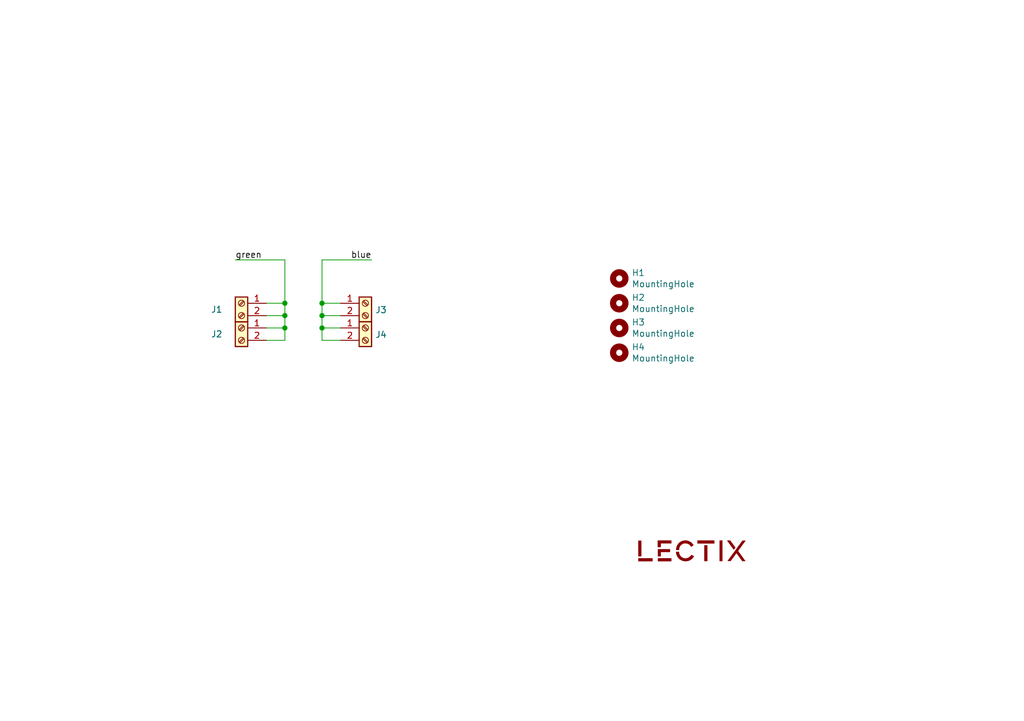
<source format=kicad_sch>
(kicad_sch (version 20211123) (generator eeschema)
  (paper "A5")
  (title_block (title "LEC030301 - Bornier de distribution sécable mini – 2 x 4 plots") (date "2023-04-19") (rev "1.0") (company "LECTIX"))
  (lib_symbols
    (symbol "0_connectors:Screw_Terminal_01x02_blue" (pin_names (offset 1.016) hide)
      (property "Reference" "J" (at 0 2.54 0))
      (symbol "Screw_Terminal_01x02_blue_1_1"
        (rectangle (start -1.27 1.27) (end 1.27 -3.81) (stroke (width 0.254)) (fill (type background)))
        (circle (center 0 -2.54) (radius 0.635) (stroke (width 0.1524)))
        (polyline (pts (xy -0.5334 -2.2098) (xy 0.3302 -3.048)) (stroke (width 0.1524)))
        (polyline (pts (xy -0.5334 0.3302) (xy 0.3302 -0.508)) (stroke (width 0.1524)))
        (polyline (pts (xy -0.3556 -2.032) (xy 0.508 -2.8702)) (stroke (width 0.1524)))
        (polyline (pts (xy -0.3556 0.508) (xy 0.508 -0.3302)) (stroke (width 0.1524)))
        (circle (center 0 0) (radius 0.635) (stroke (width 0.1524)))
        (pin passive line (at -5.08 0 0) (length 3.81) (name "Pin_1") (number "1"))
        (pin passive line (at -5.08 -2.54 0) (length 3.81) (name "Pin_2") (number "2"))
      )
    )
    (symbol "0_connectors:Screw_Terminal_01x02_green" (pin_names (offset 1.016) hide)
      (property "Reference" "J" (at 0 2.54 0))
      (symbol "Screw_Terminal_01x02_green_1_1"
        (rectangle (start -1.27 1.27) (end 1.27 -3.81) (stroke (width 0.254)) (fill (type background)))
        (circle (center 0 -2.54) (radius 0.635) (stroke (width 0.1524)))
        (polyline (pts (xy -0.5334 -2.2098) (xy 0.3302 -3.048)) (stroke (width 0.1524)))
        (polyline (pts (xy -0.5334 0.3302) (xy 0.3302 -0.508)) (stroke (width 0.1524)))
        (polyline (pts (xy -0.3556 -2.032) (xy 0.508 -2.8702)) (stroke (width 0.1524)))
        (polyline (pts (xy -0.3556 0.508) (xy 0.508 -0.3302)) (stroke (width 0.1524)))
        (circle (center 0 0) (radius 0.635) (stroke (width 0.1524)))
        (pin passive line (at -5.08 0 0) (length 3.81) (name "Pin_1") (number "1"))
        (pin passive line (at -5.08 -2.54 0) (length 3.81) (name "Pin_2") (number "2"))
      )
    )
    (symbol "0_logos:logo_lectix_25mm" (pin_names (offset 1.016))
      (symbol "logo_lectix_25mm_0_0"
        (polyline (pts (xy -10.1092 2.0574) (xy -10.668 2.0574) (xy -10.668 -1.1176) (xy -10.1092 -1.1176) (xy -10.1092 2.0574)) (stroke (width 0.0254)) (fill (type outline)))
        (polyline (pts (xy -7.7978 -1.5748) (xy -10.668 -1.5748) (xy -10.668 -2.1336) (xy -7.7978 -2.1336) (xy -7.7978 -1.5748)) (stroke (width 0.0254)) (fill (type outline)))
        (polyline (pts (xy -3.937 -1.5748) (xy -6.6548 -1.5748) (xy -6.6548 -2.1336) (xy -3.937 -2.1336) (xy -3.937 -1.5748)) (stroke (width 0.0254)) (fill (type outline)))
        (polyline (pts (xy 3.429 1.0922) (xy 2.8702 1.0922) (xy 2.8702 -2.1082) (xy 3.429 -2.1082) (xy 3.429 1.0922)) (stroke (width 0.0254)) (fill (type outline)))
        (polyline (pts (xy 4.8768 2.0828) (xy 1.4478 2.0828) (xy 1.4478 1.524) (xy 4.8768 1.524) (xy 4.8768 2.0828)) (stroke (width 0.0254)) (fill (type outline)))
        (polyline (pts (xy 6.5278 2.0828) (xy 5.9944 2.0828) (xy 5.9944 -2.1082) (xy 6.5278 -2.1082) (xy 6.5278 2.0828)) (stroke (width 0.0254)) (fill (type outline)))
        (polyline (pts (xy -6.1214 -0.254) (xy -4.2164 -0.254) (xy -4.2164 0.3048) (xy -6.6548 0.3048) (xy -6.6548 -1.1176) (xy -6.1214 -1.1176) (xy -6.1214 -0.254)) (stroke (width 0.0254)) (fill (type outline)))
        (polyline (pts (xy -6.1214 1.5494) (xy -3.937 1.5494) (xy -3.937 2.0828) (xy -6.6802 2.0828) (xy -6.6802 0.762) (xy -6.1214 0.762) (xy -6.1214 1.5494)) (stroke (width 0.0254)) (fill (type outline)))
        (polyline (pts (xy 8.9916 0.381) (xy 9.017 0.4318) (xy 9.0424 0.4572) (xy 9.0678 0.508) (xy 9.0932 0.5334) (xy 9.1186 0.5842) (xy 9.144 0.6096) (xy 9.144 0.635) (xy 9.1694 0.635) (xy 9.1694 0.6604) (xy 9.1186 0.7112) (xy 9.0678 0.8128) (xy 9.017 0.8636) (xy 8.9916 0.9144) (xy 8.9408 0.9906) (xy 8.89 1.0414) (xy 8.8392 1.1176) (xy 8.763 1.1938) (xy 8.7122 1.2954) (xy 8.6614 1.3716) (xy 8.128 2.0828) (xy 7.5692 2.0828) (xy 7.5692 2.0574) (xy 7.5946 2.0574) (xy 7.5946 2.032) (xy 7.6454 1.9812) (xy 7.6708 1.9304) (xy 7.7216 1.8796) (xy 7.747 1.8034) (xy 7.7978 1.7526) (xy 7.8994 1.6002) (xy 7.9756 1.524) (xy 8.0264 1.4478) (xy 8.1026 1.3462) (xy 8.1534 1.2446) (xy 8.2296 1.1684) (xy 8.255 1.1176) (xy 8.3312 1.0414) (xy 8.382 0.9398) (xy 8.4582 0.8636) (xy 8.509 0.762) (xy 8.5598 0.6858) (xy 8.6868 0.5588) (xy 8.7122 0.4826) (xy 8.763 0.4318) (xy 8.7884 0.381) (xy 8.8392 0.3556) (xy 8.8646 0.3048) (xy 8.8646 0.2794) (xy 8.89 0.2794) (xy 8.9916 0.381)) (stroke (width 0.0254)) (fill (type outline)))
        (polyline (pts (xy -2.3622 0.2794) (xy -2.3368 0.381) (xy -2.3368 0.508) (xy -2.3114 0.6096) (xy -2.286 0.6858) (xy -2.2352 0.8128) (xy -2.1844 0.9144) (xy -2.032 1.1176) (xy -1.9304 1.1938) (xy -1.8542 1.2954) (xy -1.7526 1.3462) (xy -1.6256 1.4224) (xy -1.524 1.4732) (xy -1.397 1.524) (xy -1.27 1.5494) (xy -0.8636 1.5494) (xy -0.762 1.524) (xy -0.635 1.4986) (xy -0.5334 1.4478) (xy -0.4064 1.397) (xy -0.3048 1.3462) (xy -0.2032 1.27) (xy -0.0508 1.1176) (xy 0.0508 0.9652) (xy 0.1016 0.9144) (xy 0.1016 0.889) (xy 0.127 0.8636) (xy 0.1778 0.8636) (xy 0.2286 0.9144) (xy 0.2794 0.9398) (xy 0.3048 0.9652) (xy 0.4064 1.016) (xy 0.4318 1.0414) (xy 0.4826 1.0668) (xy 0.5334 1.1176) (xy 0.5588 1.1176) (xy 0.5842 1.143) (xy 0.5842 1.1684) (xy 0.5588 1.1938) (xy 0.5588 1.2192) (xy 0.5334 1.2192) (xy 0.4572 1.3462) (xy 0.3556 1.4478) (xy 0.254 1.5748) (xy 0.1524 1.6764) (xy -0.2286 1.905) (xy -0.5334 2.0066) (xy -0.6604 2.0574) (xy -0.8128 2.0828) (xy -1.27 2.0828) (xy -1.3208 2.0574) (xy -1.4478 2.032) (xy -1.6002 2.0066) (xy -1.7272 1.9558) (xy -1.8034 1.9304) (xy -1.9558 1.8542) (xy -2.0828 1.778) (xy -2.1844 1.7018) (xy -2.3114 1.6002) (xy -2.413 1.4986) (xy -2.5146 1.3716) (xy -2.5908 1.27) (xy -2.7432 1.016) (xy -2.794 0.8636) (xy -2.8448 0.7366) (xy -2.8702 0.5842) (xy -2.8956 0.4572) (xy -2.8956 0.3048) (xy -2.921 0.1778) (xy -2.3622 0.1778) (xy -2.3622 0.2794)) (stroke (width 0.0254)) (fill (type outline)))
        (polyline (pts (xy -0.8636 -2.1082) (xy -0.6604 -2.1082) (xy -0.6096 -2.0828) (xy -0.4826 -2.0574) (xy -0.1778 -1.9558) (xy 0.0762 -1.8034) (xy 0.2032 -1.7018) (xy 0.3048 -1.6002) (xy 0.4318 -1.4986) (xy 0.5334 -1.3716) (xy 0.6096 -1.2446) (xy 0.635 -1.1938) (xy 0.6858 -1.143) (xy 0.6604 -1.1176) (xy 0.635 -1.1176) (xy 0.6096 -1.0922) (xy 0.5842 -1.0922) (xy 0.5588 -1.0668) (xy 0.3556 -0.9652) (xy 0.3302 -0.9398) (xy 0.2794 -0.9398) (xy 0.254 -0.9144) (xy 0.2032 -0.889) (xy 0.1778 -0.889) (xy 0.1778 -0.8636) (xy 0.1524 -0.889) (xy 0.1524 -0.9144) (xy 0.127 -0.9652) (xy -0.0254 -1.1684) (xy -0.3302 -1.397) (xy -0.4318 -1.4478) (xy -0.6858 -1.5494) (xy -0.7874 -1.5748) (xy -0.8382 -1.5748) (xy -0.9144 -1.6002) (xy -1.1684 -1.6002) (xy -1.27 -1.5748) (xy -1.397 -1.5494) (xy -1.651 -1.4478) (xy -1.7526 -1.3716) (xy -1.8542 -1.3208) (xy -1.8542 -1.2954) (xy -1.9558 -1.2192) (xy -2.0574 -1.1176) (xy -2.1336 -1.016) (xy -2.1844 -0.9144) (xy -2.2606 -0.8128) (xy -2.286 -0.6858) (xy -2.3368 -0.5588) (xy -2.3622 -0.4572) (xy -2.3622 -0.254) (xy -2.921 -0.254) (xy -2.921 -0.4318) (xy -2.8956 -0.4572) (xy -2.8956 -0.6096) (xy -2.8448 -0.762) (xy -2.794 -0.889) (xy -2.7432 -1.0414) (xy -2.5908 -1.2954) (xy -2.3876 -1.5494) (xy -2.3368 -1.5748) (xy -2.286 -1.651) (xy -2.2098 -1.7018) (xy -2.159 -1.7526) (xy -2.0828 -1.8034) (xy -2.0574 -1.8034) (xy -1.8034 -1.9558) (xy -1.651 -2.0066) (xy -1.524 -2.0574) (xy -1.3716 -2.0828) (xy -1.2446 -2.1082) (xy -1.1938 -2.1082) (xy -1.1684 -2.1336) (xy -0.9144 -2.1336) (xy -0.8636 -2.1082)) (stroke (width 0.0254)) (fill (type outline)))
        (polyline (pts (xy 11.2014 -2.0574) (xy 11.1506 -2.0066) (xy 11.1252 -1.9558) (xy 11.0236 -1.8542) (xy 10.8204 -1.5494) (xy 10.7442 -1.4478) (xy 10.6934 -1.3716) (xy 10.4648 -1.0668) (xy 10.4394 -1.016) (xy 10.287 -0.8128) (xy 10.2362 -0.7366) (xy 10.16 -0.635) (xy 10.1092 -0.5588) (xy 10.033 -0.4826) (xy 9.8806 -0.254) (xy 9.8552 -0.2032) (xy 9.8044 -0.1524) (xy 9.779 -0.1016) (xy 9.7536 -0.0762) (xy 9.7536 -0.0508) (xy 9.7282 -0.0508) (xy 9.7282 -0.0254) (xy 9.779 0.0254) (xy 9.8044 0.0762) (xy 9.8298 0.1016) (xy 9.8806 0.1778) (xy 9.906 0.2286) (xy 9.9568 0.3048) (xy 10.033 0.381) (xy 10.1346 0.5334) (xy 10.2108 0.6096) (xy 10.2616 0.7112) (xy 10.4902 1.016) (xy 11.2522 2.0574) (xy 10.668 2.0574) (xy 10.668 2.032) (xy 10.6426 2.0066) (xy 10.5918 1.905) (xy 10.4902 1.8034) (xy 10.3886 1.651) (xy 10.3124 1.5748) (xy 10.2616 1.4732) (xy 10.033 1.1684) (xy 9.9314 1.0414) (xy 9.8552 0.9398) (xy 9.7536 0.8128) (xy 9.6774 0.6858) (xy 9.5758 0.5334) (xy 9.4742 0.4064) (xy 9.3726 0.254) (xy 9.271 0.127) (xy 9.1694 -0.0254) (xy 7.6454 -2.0828) (xy 8.2296 -2.0828) (xy 8.255 -2.0574) (xy 8.255 -2.032) (xy 8.3058 -1.9812) (xy 8.3312 -1.9304) (xy 8.382 -1.8796) (xy 8.4074 -1.8288) (xy 8.5598 -1.6002) (xy 8.636 -1.524) (xy 8.6868 -1.4478) (xy 8.763 -1.3462) (xy 8.8392 -1.27) (xy 8.89 -1.1938) (xy 8.9408 -1.0922) (xy 9.017 -1.016) (xy 9.2202 -0.7112) (xy 9.3218 -0.6096) (xy 9.3726 -0.508) (xy 9.4234 -0.4572) (xy 9.4234 -0.4318) (xy 9.4488 -0.4318) (xy 9.4488 -0.4572) (xy 9.525 -0.5334) (xy 9.5504 -0.5842) (xy 9.6012 -0.635) (xy 9.6266 -0.7112) (xy 9.6774 -0.762) (xy 9.779 -0.9144) (xy 9.8552 -0.9906) (xy 9.906 -1.0922) (xy 9.9822 -1.1684) (xy 10.033 -1.27) (xy 10.6426 -2.1082) (xy 11.2014 -2.1082) (xy 11.2014 -2.0574)) (stroke (width 0.0254)) (fill (type outline)))
      )
    )
    (symbol "Mechanical:MountingHole" (pin_names (offset 1.016))
      (property "Reference" "H" (at 0 5.08 0))
      (property "Value" "MountingHole" (at 0 3.175 0))
      (symbol "MountingHole_0_1"
        (circle (center 0 0) (radius 1.27) (stroke (width 1.27)))
      )
    )
  )
  (junction (at 58.42 62.23))
  (junction (at 66.04 64.77))
  (junction (at 58.42 67.31))
  (junction (at 58.42 64.77))
  (junction (at 66.04 67.31))
  (junction (at 66.04 62.23))
  (wire (pts (xy 54.61 62.23) (xy 58.42 62.23)))
  (wire (pts (xy 58.42 62.23) (xy 58.42 64.77)))
  (wire (pts (xy 69.85 67.31) (xy 66.04 67.31)))
  (wire (pts (xy 58.42 53.34) (xy 58.42 62.23)))
  (wire (pts (xy 69.85 64.77) (xy 66.04 64.77)))
  (wire (pts (xy 54.61 67.31) (xy 58.42 67.31)))
  (wire (pts (xy 66.04 67.31) (xy 66.04 64.77)))
  (wire (pts (xy 58.42 64.77) (xy 58.42 67.31)))
  (wire (pts (xy 69.85 62.23) (xy 66.04 62.23)))
  (wire (pts (xy 48.26 53.34) (xy 58.42 53.34)))
  (wire (pts (xy 66.04 64.77) (xy 66.04 62.23)))
  (wire (pts (xy 54.61 64.77) (xy 58.42 64.77)))
  (wire (pts (xy 58.42 67.31) (xy 58.42 69.85)))
  (wire (pts (xy 66.04 62.23) (xy 66.04 53.34)))
  (wire (pts (xy 54.61 69.85) (xy 58.42 69.85)))
  (wire (pts (xy 66.04 69.85) (xy 66.04 67.31)))
  (wire (pts (xy 66.04 53.34) (xy 76.2 53.34)))
  (wire (pts (xy 69.85 69.85) (xy 66.04 69.85)))
  (label "green" (at 48.26 53.34 0))
  (label "blue" (at 76.2 53.34 180))
  (symbol (lib_id "0_logos:logo_lectix_25mm") (at 141.605 113.03 0) (unit 1)
    (property "Reference" "LOGO1" (effects hide))
    (property "Value" "logo_lectix_25mm" (effects hide))
    (property "Footprint" "0_logos:Logo_10mm" (effects hide))
  )
  (symbol (lib_id "0_connectors:Screw_Terminal_01x02_blue") (at 74.93 62.23 0) (unit 1)
    (property "Reference" "J3" (at 76.962 63.6016 0) (effects (justify left)))
    (property "Value" "Screw_Terminal_01x02_blue" (effects hide))
    (property "Footprint" "0_connectors:TerminalBlock_bornier-2_P5.08mm-blue" (effects hide))
    (property "Datasheet" "https://datasheet.lcsc.com/szlcsc/1912111437_DIBO-DB301V-5-0-2P-BU-S_C395882.pdf" (effects hide))
    (property "LCSC" "C430621" (effects hide))
    (property "MPN" "DB301V-5.0-2P-BU-P" (effects hide))
    (property "Supplier" "LCSC" (effects hide))
    (property "Mfr" "DIBO" (effects hide))
    (property "JLCPCB_CORRECTION" "0;0;180" (effects hide))
  )
  (symbol (lib_id "0_connectors:Screw_Terminal_01x02_green") (at 49.53 62.23 0) (mirror y) (unit 1)
    (property "Reference" "J1" (at 44.45 63.5 0))
    (property "Value" "Screw_Terminal_01x02_green" (effects hide))
    (property "Footprint" "0_connectors:TerminalBlock_bornier-2_P5.08mm-green" (effects hide))
    (property "Datasheet" "https://datasheet.lcsc.com/szlcsc/1912111437_DIBO-DB126V-5-0-2P-GN_C395849.pdf" (effects hide))
    (property "LCSC" "C395849" (effects hide))
    (property "MPN" "DB126V-5.0-2P-GN" (effects hide))
    (property "Supplier" "LCSC" (effects hide))
    (property "Mfr" "DIBO" (effects hide))
  )
  (symbol (lib_id "0_connectors:Screw_Terminal_01x02_blue") (at 74.93 67.31 0) (unit 1)
    (property "Reference" "J4" (at 76.962 68.6816 0) (effects (justify left)))
    (property "Value" "Screw_Terminal_01x02_blue" (effects hide))
    (property "Footprint" "0_connectors:TerminalBlock_bornier-2_P5.08mm-blue" (effects hide))
    (property "Datasheet" "https://datasheet.lcsc.com/szlcsc/1912111437_DIBO-DB301V-5-0-2P-BU-S_C395882.pdf" (effects hide))
    (property "LCSC" "C430621" (effects hide))
    (property "MPN" "DB301V-5.0-2P-BU-P" (effects hide))
    (property "Supplier" "LCSC" (effects hide))
    (property "Mfr" "DIBO" (effects hide))
    (property "JLCPCB_CORRECTION" "0;0;180" (effects hide))
  )
  (symbol (lib_id "0_connectors:Screw_Terminal_01x02_green") (at 49.53 67.31 0) (mirror y) (unit 1)
    (property "Reference" "J2" (at 44.45 68.58 0))
    (property "Value" "Screw_Terminal_01x02_green" (effects hide))
    (property "Footprint" "0_connectors:TerminalBlock_bornier-2_P5.08mm-green" (effects hide))
    (property "Datasheet" "https://datasheet.lcsc.com/szlcsc/1912111437_DIBO-DB126V-5-0-2P-GN_C395849.pdf" (effects hide))
    (property "LCSC" "C395849" (effects hide))
    (property "MPN" "DB126V-5.0-2P-GN" (effects hide))
    (property "Supplier" "LCSC" (effects hide))
    (property "Mfr" "DIBO" (effects hide))
  )
  (symbol (lib_id "Mechanical:MountingHole") (at 127 57.15 0) (unit 1)
    (property "Reference" "H1" (at 129.54 55.9816 0) (effects (justify left)))
    (property "Value" "MountingHole" (at 129.54 58.293 0) (effects (justify left)))
    (property "Footprint" "0_mechanical:MountingHole_3.2mm_M3" (effects hide))
  )
  (symbol (lib_id "Mechanical:MountingHole") (at 127 62.23 0) (unit 1)
    (property "Reference" "H2" (at 129.54 61.0616 0) (effects (justify left)))
    (property "Value" "MountingHole" (at 129.54 63.373 0) (effects (justify left)))
    (property "Footprint" "0_mechanical:MountingHole_3.2mm_M3" (effects hide))
  )
  (symbol (lib_id "Mechanical:MountingHole") (at 127 67.31 0) (unit 1)
    (property "Reference" "H3" (at 129.54 66.1416 0) (effects (justify left)))
    (property "Value" "MountingHole" (at 129.54 68.453 0) (effects (justify left)))
    (property "Footprint" "0_mechanical:MountingHole_3.2mm_M3" (effects hide))
  )
  (symbol (lib_id "Mechanical:MountingHole") (at 127 72.39 0) (unit 1)
    (property "Reference" "H4" (at 129.54 71.2216 0) (effects (justify left)))
    (property "Value" "MountingHole" (at 129.54 73.533 0) (effects (justify left)))
    (property "Footprint" "0_mechanical:MountingHole_3.2mm_M3" (effects hide))
  )
)
</source>
